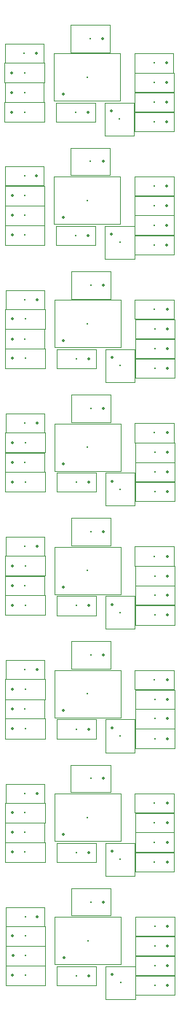
<source format=gbr>
%TF.GenerationSoftware,KiCad,Pcbnew,8.0.1*%
%TF.CreationDate,2024-08-26T16:59:54-04:00*%
%TF.ProjectId,16ch-driver-v1,31366368-2d64-4726-9976-65722d76312e,rev?*%
%TF.SameCoordinates,Original*%
%TF.FileFunction,Component,L4,Bot*%
%TF.FilePolarity,Positive*%
%FSLAX46Y46*%
G04 Gerber Fmt 4.6, Leading zero omitted, Abs format (unit mm)*
G04 Created by KiCad (PCBNEW 8.0.1) date 2024-08-26 16:59:54*
%MOMM*%
%LPD*%
G01*
G04 APERTURE LIST*
%TA.AperFunction,ComponentMain*%
%ADD10C,0.300000*%
%TD*%
%TA.AperFunction,ComponentOutline,Courtyard*%
%ADD11C,0.100000*%
%TD*%
%TA.AperFunction,ComponentPin*%
%ADD12P,0.360000X4X0.000000*%
%TD*%
%TA.AperFunction,ComponentPin*%
%ADD13C,0.100000*%
%TD*%
G04 APERTURE END LIST*
D10*
%TO.C,R78*%
%TO.CFtp,R_1206_3216Metric*%
%TO.CVal,4k7*%
%TO.CLbN,Resistor_SMD*%
%TO.CMnt,SMD*%
%TO.CRot,0*%
X134367502Y-105594999D03*
D11*
X136647500Y-104474999D02*
X136647499Y-106714998D01*
X132087503Y-106714998D01*
X132087504Y-104474999D01*
X136647500Y-104474999D01*
D12*
%TO.P,R78,1*%
X135830000Y-105595000D03*
D13*
%TO.P,R78,2*%
X132905004Y-105594998D03*
%TD*%
D10*
%TO.C,R55*%
%TO.CFtp,R_1206_3216Metric*%
%TO.CVal,4k7*%
%TO.CLbN,Resistor_SMD*%
%TO.CMnt,SMD*%
%TO.CRot,0*%
X134337502Y-69459999D03*
D11*
X136617500Y-68339999D02*
X136617499Y-70579998D01*
X132057503Y-70579998D01*
X132057504Y-68339999D01*
X136617500Y-68339999D01*
D12*
%TO.P,R55,1*%
X135800000Y-69460000D03*
D13*
%TO.P,R55,2*%
X132875004Y-69459998D03*
%TD*%
D10*
%TO.C,R67*%
%TO.CFtp,R_1206_3216Metric*%
%TO.CVal,4k7*%
%TO.CLbN,Resistor_SMD*%
%TO.CMnt,SMD*%
%TO.CRot,0*%
X134387502Y-98109999D03*
D11*
X136667500Y-96989999D02*
X136667499Y-99229998D01*
X132107503Y-99229998D01*
X132107504Y-96989999D01*
X136667500Y-96989999D01*
D12*
%TO.P,R67,1*%
X135850000Y-98110000D03*
D13*
%TO.P,R67,2*%
X132925004Y-98109998D03*
%TD*%
D10*
%TO.C,Q9*%
%TO.CFtp,SOT-23*%
%TO.CVal,2N7002E*%
%TO.CLbN,Package_TO_SOT_SMD*%
%TO.CMnt,SMD*%
%TO.CRot,90*%
X130292502Y-54862499D03*
D11*
X131992499Y-52942500D02*
X131992501Y-56782497D01*
X128592504Y-56782497D01*
X128592502Y-52942500D01*
X131992499Y-52942500D01*
D12*
%TO.P,Q9,1,G*%
X129342503Y-53925001D03*
D13*
%TO.P,Q9,2,S*%
X131242504Y-53925001D03*
%TO.P,Q9,3,D*%
X130292500Y-55799998D03*
%TD*%
D10*
%TO.C,R60*%
%TO.CFtp,R_1206_3216Metric*%
%TO.CVal,4k7*%
%TO.CLbN,Resistor_SMD*%
%TO.CMnt,SMD*%
%TO.CRot,0*%
X134317502Y-62619999D03*
D11*
X136597500Y-61499999D02*
X136597499Y-63739998D01*
X132037503Y-63739998D01*
X132037504Y-61499999D01*
X136597500Y-61499999D01*
D12*
%TO.P,R60,1*%
X135780000Y-62620000D03*
D13*
%TO.P,R60,2*%
X132855004Y-62619998D03*
%TD*%
D10*
%TO.C,C38*%
%TO.CFtp,C_1210_3225Metric*%
%TO.CVal,10uF*%
%TO.CLbN,Capacitor_SMD*%
%TO.CMnt,SMD*%
%TO.CRot,0*%
X126942502Y-102749999D03*
D11*
X129242499Y-101150001D02*
X129242499Y-104349996D01*
X124642504Y-104349996D01*
X124642504Y-101150001D01*
X129242499Y-101150001D01*
D12*
%TO.P,C38,1*%
X128417503Y-102749997D03*
D13*
%TO.P,C38,2*%
X125467501Y-102750001D03*
%TD*%
D10*
%TO.C,C32*%
%TO.CFtp,C_1210_3225Metric*%
%TO.CVal,10uF*%
%TO.CLbN,Capacitor_SMD*%
%TO.CMnt,SMD*%
%TO.CRot,0*%
X126942502Y-74099999D03*
D11*
X129242499Y-72500001D02*
X129242499Y-75699996D01*
X124642504Y-75699996D01*
X124642504Y-72500001D01*
X129242499Y-72500001D01*
D12*
%TO.P,C32,1*%
X128417503Y-74099997D03*
D13*
%TO.P,C32,2*%
X125467501Y-74100001D03*
%TD*%
D10*
%TO.C,C27*%
%TO.CFtp,C_1206_3216Metric*%
%TO.CVal,0.18uF*%
%TO.CLbN,Capacitor_SMD*%
%TO.CMnt,SMD*%
%TO.CRot,180*%
X119232502Y-54022499D03*
D11*
X121532500Y-52872498D02*
X121532501Y-55172500D01*
X116932503Y-55172499D01*
X116932502Y-52872497D01*
X121532500Y-52872498D01*
D12*
%TO.P,C27,1*%
X117757501Y-54022501D03*
D13*
%TO.P,C27,2*%
X120707503Y-54022497D03*
%TD*%
D10*
%TO.C,Q16*%
%TO.CFtp,SOT-23*%
%TO.CVal,2N7002E*%
%TO.CLbN,Package_TO_SOT_SMD*%
%TO.CMnt,SMD*%
%TO.CRot,90*%
X130398501Y-155094999D03*
D11*
X132098498Y-153175000D02*
X132098500Y-157014997D01*
X128698503Y-157014997D01*
X128698501Y-153175000D01*
X132098498Y-153175000D01*
D12*
%TO.P,Q16,1,G*%
X129448502Y-154157501D03*
D13*
%TO.P,Q16,2,S*%
X131348503Y-154157501D03*
%TO.P,Q16,3,D*%
X130398499Y-156032498D03*
%TD*%
D10*
%TO.C,R70*%
%TO.CFtp,R_1206_3216Metric*%
%TO.CVal,4k7*%
%TO.CLbN,Resistor_SMD*%
%TO.CMnt,SMD*%
%TO.CRot,0*%
X134386303Y-95808299D03*
D11*
X136666301Y-94688299D02*
X136666300Y-96928298D01*
X132106304Y-96928298D01*
X132106305Y-94688299D01*
X136666301Y-94688299D01*
D12*
%TO.P,R70,1*%
X135848801Y-95808300D03*
D13*
%TO.P,R70,2*%
X132923805Y-95808298D03*
%TD*%
D10*
%TO.C,C35*%
%TO.CFtp,C_1210_3225Metric*%
%TO.CVal,10uF*%
%TO.CLbN,Capacitor_SMD*%
%TO.CMnt,SMD*%
%TO.CRot,0*%
X126942502Y-88424999D03*
D11*
X129242499Y-86825001D02*
X129242499Y-90024996D01*
X124642504Y-90024996D01*
X124642504Y-86825001D01*
X129242499Y-86825001D01*
D12*
%TO.P,C35,1*%
X128417503Y-88424997D03*
D13*
%TO.P,C35,2*%
X125467501Y-88425001D03*
%TD*%
D10*
%TO.C,R57*%
%TO.CFtp,R_1206_3216Metric*%
%TO.CVal,49R9*%
%TO.CLbN,Resistor_SMD*%
%TO.CMnt,SMD*%
%TO.CRot,0*%
X134334003Y-64899999D03*
D11*
X136614001Y-63779999D02*
X136614000Y-66019998D01*
X132054004Y-66019998D01*
X132054005Y-63779999D01*
X136614001Y-63779999D01*
D12*
%TO.P,R57,1*%
X135796501Y-64900000D03*
D13*
%TO.P,R57,2*%
X132871505Y-64899998D03*
%TD*%
D10*
%TO.C,U12*%
%TO.CFtp,IC_TPS27S100BPWPR*%
%TO.CVal,DRV104PWP*%
%TO.CLbN,footprint*%
%TO.CMnt,SMD*%
%TO.CRot,180*%
X126586503Y-92929999D03*
D11*
X130436502Y-90180000D02*
X130436502Y-95679998D01*
X122736504Y-95679998D01*
X122736504Y-90180000D01*
X130436502Y-90180000D01*
D12*
%TO.P,U12,1,DUTY_CYCLE_ADJ*%
X123786503Y-94879999D03*
D13*
%TO.P,U12,2,DELAY_ADJ*%
X123786503Y-94229999D03*
%TO.P,U12,3,OSC_FREQ_ADJ*%
X123786503Y-93579999D03*
%TO.P,U12,4,MASTER*%
X123786503Y-92929999D03*
%TO.P,U12,5,BOOT*%
X123786503Y-92279999D03*
%TO.P,U12,6,OUT1*%
X123786503Y-91629999D03*
%TO.P,U12,7,OUT2*%
X123786503Y-90979999D03*
%TO.P,U12,8,VPS2*%
X129386503Y-90979999D03*
%TO.P,U12,9,VPS1*%
X129386503Y-91629999D03*
%TO.P,U12,10,+VS*%
X129386503Y-92279999D03*
%TO.P,U12,11,GND*%
X129386503Y-92929999D03*
%TO.P,U12,12,SYNC*%
X129386503Y-93579999D03*
%TO.P,U12,13,STATUS_OK_FLAG*%
X129386503Y-94229999D03*
%TO.P,U12,14,INPUT*%
X129386503Y-94879999D03*
%TO.P,U12,15,EPAD*%
X126586503Y-92929999D03*
%TD*%
D10*
%TO.C,R92*%
%TO.CFtp,R_1206_3216Metric*%
%TO.CVal,162k*%
%TO.CLbN,Resistor_SMD*%
%TO.CMnt,SMD*%
%TO.CRot,0*%
X125288501Y-154304999D03*
D11*
X127568499Y-153184999D02*
X127568498Y-155424998D01*
X123008502Y-155424998D01*
X123008503Y-153184999D01*
X127568499Y-153184999D01*
D12*
%TO.P,R92,1*%
X126750999Y-154305000D03*
D13*
%TO.P,R92,2*%
X123826003Y-154304998D03*
%TD*%
D10*
%TO.C,R76*%
%TO.CFtp,R_1206_3216Metric*%
%TO.CVal,4k7*%
%TO.CLbN,Resistor_SMD*%
%TO.CMnt,SMD*%
%TO.CRot,0*%
X134386303Y-110133299D03*
D11*
X136666301Y-109013299D02*
X136666300Y-111253298D01*
X132106304Y-111253298D01*
X132106305Y-109013299D01*
X136666301Y-109013299D01*
D12*
%TO.P,R76,1*%
X135848801Y-110133300D03*
D13*
%TO.P,R76,2*%
X132923805Y-110133298D03*
%TD*%
D10*
%TO.C,R90*%
%TO.CFtp,R_1206_3216Metric*%
%TO.CVal,4k7*%
%TO.CLbN,Resistor_SMD*%
%TO.CMnt,SMD*%
%TO.CRot,0*%
X134355999Y-134250000D03*
D11*
X136635997Y-133130000D02*
X136635996Y-135369999D01*
X132076000Y-135369999D01*
X132076001Y-133130000D01*
X136635997Y-133130000D01*
D12*
%TO.P,R90,1*%
X135818497Y-134250001D03*
D13*
%TO.P,R90,2*%
X132893501Y-134249999D03*
%TD*%
D10*
%TO.C,C49*%
%TO.CFtp,C_1206_3216Metric*%
%TO.CVal,470pF*%
%TO.CLbN,Capacitor_SMD*%
%TO.CMnt,SMD*%
%TO.CRot,180*%
X119338501Y-149684999D03*
D11*
X121638499Y-148534997D02*
X121638500Y-150835000D01*
X117038502Y-150835000D01*
X117038501Y-148534997D01*
X121638499Y-148534997D01*
D12*
%TO.P,C49,1*%
X117863500Y-149685001D03*
D13*
%TO.P,C49,2*%
X120813502Y-149684997D03*
%TD*%
D10*
%TO.C,C39*%
%TO.CFtp,C_1206_3216Metric*%
%TO.CVal,0.18uF*%
%TO.CLbN,Capacitor_SMD*%
%TO.CMnt,SMD*%
%TO.CRot,180*%
X119307502Y-111284999D03*
D11*
X121607500Y-110134997D02*
X121607501Y-112435000D01*
X117007503Y-112435000D01*
X117007502Y-110134997D01*
X121607500Y-110134997D01*
D12*
%TO.P,C39,1*%
X117832501Y-111285001D03*
D13*
%TO.P,C39,2*%
X120782503Y-111284997D03*
%TD*%
D10*
%TO.C,R74*%
%TO.CFtp,R_1206_3216Metric*%
%TO.CVal,162k*%
%TO.CLbN,Resistor_SMD*%
%TO.CMnt,SMD*%
%TO.CRot,0*%
X125257502Y-111334999D03*
D11*
X127537500Y-110214999D02*
X127537499Y-112454998D01*
X122977503Y-112454998D01*
X122977504Y-110214999D01*
X127537500Y-110214999D01*
D12*
%TO.P,R74,1*%
X126720000Y-111335000D03*
D13*
%TO.P,R74,2*%
X123795004Y-111334998D03*
%TD*%
D10*
%TO.C,R63*%
%TO.CFtp,R_1206_3216Metric*%
%TO.CVal,49R9*%
%TO.CLbN,Resistor_SMD*%
%TO.CMnt,SMD*%
%TO.CRot,0*%
X134384003Y-79224999D03*
D11*
X136664001Y-78104999D02*
X136664000Y-80344998D01*
X132104004Y-80344998D01*
X132104005Y-78104999D01*
X136664001Y-78104999D01*
D12*
%TO.P,R63,1*%
X135846501Y-79225000D03*
D13*
%TO.P,R63,2*%
X132921505Y-79224998D03*
%TD*%
D10*
%TO.C,Q15*%
%TO.CFtp,SOT-23*%
%TO.CVal,2N7002E*%
%TO.CLbN,Package_TO_SOT_SMD*%
%TO.CMnt,SMD*%
%TO.CRot,90*%
X130355999Y-140780000D03*
D11*
X132055996Y-138860001D02*
X132055998Y-142699998D01*
X128656001Y-142699998D01*
X128655999Y-138860001D01*
X132055996Y-138860001D01*
D12*
%TO.P,Q15,1,G*%
X129406000Y-139842502D03*
D13*
%TO.P,Q15,2,S*%
X131306001Y-139842502D03*
%TO.P,Q15,3,D*%
X130355997Y-141717499D03*
%TD*%
D10*
%TO.C,R62*%
%TO.CFtp,R_1206_3216Metric*%
%TO.CVal,162k*%
%TO.CLbN,Resistor_SMD*%
%TO.CMnt,SMD*%
%TO.CRot,0*%
X125257502Y-82684999D03*
D11*
X127537500Y-81564999D02*
X127537499Y-83804998D01*
X122977503Y-83804998D01*
X122977504Y-81564999D01*
X127537500Y-81564999D01*
D12*
%TO.P,R62,1*%
X126720000Y-82685000D03*
D13*
%TO.P,R62,2*%
X123795004Y-82684998D03*
%TD*%
D10*
%TO.C,D28*%
%TO.CFtp,Nexperia_CFP3_SOD-123W*%
%TO.CVal,PMEG10010ELRX*%
%TO.CLbN,Diode_SMD*%
%TO.CMnt,SMD*%
%TO.CRot,0*%
X119245002Y-61469999D03*
D11*
X121495001Y-60370000D02*
X121495001Y-62569998D01*
X116995003Y-62569998D01*
X116995003Y-60370000D01*
X121495001Y-60370000D01*
D12*
%TO.P,D28,1,K*%
X120645002Y-61469999D03*
D13*
%TO.P,D28,2,A*%
X117845002Y-61469999D03*
%TD*%
D10*
%TO.C,U13*%
%TO.CFtp,IC_TPS27S100BPWPR*%
%TO.CVal,DRV104PWP*%
%TO.CLbN,footprint*%
%TO.CMnt,SMD*%
%TO.CRot,180*%
X126586503Y-107254999D03*
D11*
X130436502Y-104505000D02*
X130436502Y-110004998D01*
X122736504Y-110004998D01*
X122736504Y-104505000D01*
X130436502Y-104505000D01*
D12*
%TO.P,U13,1,DUTY_CYCLE_ADJ*%
X123786503Y-109204999D03*
D13*
%TO.P,U13,2,DELAY_ADJ*%
X123786503Y-108554999D03*
%TO.P,U13,3,OSC_FREQ_ADJ*%
X123786503Y-107904999D03*
%TO.P,U13,4,MASTER*%
X123786503Y-107254999D03*
%TO.P,U13,5,BOOT*%
X123786503Y-106604999D03*
%TO.P,U13,6,OUT1*%
X123786503Y-105954999D03*
%TO.P,U13,7,OUT2*%
X123786503Y-105304999D03*
%TO.P,U13,8,VPS2*%
X129386503Y-105304999D03*
%TO.P,U13,9,VPS1*%
X129386503Y-105954999D03*
%TO.P,U13,10,+VS*%
X129386503Y-106604999D03*
%TO.P,U13,11,GND*%
X129386503Y-107254999D03*
%TO.P,U13,12,SYNC*%
X129386503Y-107904999D03*
%TO.P,U13,13,STATUS_OK_FLAG*%
X129386503Y-108554999D03*
%TO.P,U13,14,INPUT*%
X129386503Y-109204999D03*
%TO.P,U13,15,EPAD*%
X126586503Y-107254999D03*
%TD*%
D10*
%TO.C,C30*%
%TO.CFtp,C_1206_3216Metric*%
%TO.CVal,0.18uF*%
%TO.CLbN,Capacitor_SMD*%
%TO.CMnt,SMD*%
%TO.CRot,180*%
X119257502Y-68309999D03*
D11*
X121557500Y-67159997D02*
X121557501Y-69460000D01*
X116957503Y-69460000D01*
X116957502Y-67159997D01*
X121557500Y-67159997D01*
D12*
%TO.P,C30,1*%
X117782501Y-68310001D03*
D13*
%TO.P,C30,2*%
X120732503Y-68309997D03*
%TD*%
D10*
%TO.C,D25*%
%TO.CFtp,Nexperia_CFP3_SOD-123W*%
%TO.CVal,PMEG10010ELRX*%
%TO.CLbN,Diode_SMD*%
%TO.CMnt,SMD*%
%TO.CRot,0*%
X119220002Y-47182499D03*
D11*
X121470001Y-46082500D02*
X121470001Y-48282498D01*
X116970003Y-48282498D01*
X116970003Y-46082500D01*
X121470001Y-46082500D01*
D12*
%TO.P,D25,1,K*%
X120620002Y-47182499D03*
D13*
%TO.P,D25,2,A*%
X117820002Y-47182499D03*
%TD*%
D10*
%TO.C,R69*%
%TO.CFtp,R_1206_3216Metric*%
%TO.CVal,49R9*%
%TO.CLbN,Resistor_SMD*%
%TO.CMnt,SMD*%
%TO.CRot,0*%
X134384003Y-93549999D03*
D11*
X136664001Y-92429999D02*
X136664000Y-94669998D01*
X132104004Y-94669998D01*
X132104005Y-92429999D01*
X136664001Y-92429999D01*
D12*
%TO.P,R69,1*%
X135846501Y-93550000D03*
D13*
%TO.P,R69,2*%
X132921505Y-93549998D03*
%TD*%
D10*
%TO.C,R61*%
%TO.CFtp,R_1206_3216Metric*%
%TO.CVal,4k7*%
%TO.CLbN,Resistor_SMD*%
%TO.CMnt,SMD*%
%TO.CRot,0*%
X134387502Y-83784999D03*
D11*
X136667500Y-82664999D02*
X136667499Y-84904998D01*
X132107503Y-84904998D01*
X132107504Y-82664999D01*
X136667500Y-82664999D01*
D12*
%TO.P,R61,1*%
X135850000Y-83785000D03*
D13*
%TO.P,R61,2*%
X132925004Y-83784998D03*
%TD*%
D10*
%TO.C,R68*%
%TO.CFtp,R_1206_3216Metric*%
%TO.CVal,162k*%
%TO.CLbN,Resistor_SMD*%
%TO.CMnt,SMD*%
%TO.CRot,0*%
X125257502Y-97009999D03*
D11*
X127537500Y-95889999D02*
X127537499Y-98129998D01*
X122977503Y-98129998D01*
X122977504Y-95889999D01*
X127537500Y-95889999D01*
D12*
%TO.P,R68,1*%
X126720000Y-97010000D03*
D13*
%TO.P,R68,2*%
X123795004Y-97009998D03*
%TD*%
D10*
%TO.C,C29*%
%TO.CFtp,C_1210_3225Metric*%
%TO.CVal,10uF*%
%TO.CLbN,Capacitor_SMD*%
%TO.CMnt,SMD*%
%TO.CRot,0*%
X126892502Y-59774999D03*
D11*
X129192499Y-58175001D02*
X129192499Y-61374996D01*
X124592504Y-61374996D01*
X124592504Y-58175001D01*
X129192499Y-58175001D01*
D12*
%TO.P,C29,1*%
X128367503Y-59774997D03*
D13*
%TO.P,C29,2*%
X125417501Y-59775001D03*
%TD*%
D10*
%TO.C,R94*%
%TO.CFtp,R_1206_3216Metric*%
%TO.CVal,4k7*%
%TO.CLbN,Resistor_SMD*%
%TO.CMnt,SMD*%
%TO.CRot,0*%
X134417302Y-153103299D03*
D11*
X136697300Y-151983299D02*
X136697299Y-154223298D01*
X132137303Y-154223298D01*
X132137304Y-151983299D01*
X136697300Y-151983299D01*
D12*
%TO.P,R94,1*%
X135879800Y-153103300D03*
D13*
%TO.P,R94,2*%
X132954804Y-153103298D03*
%TD*%
D10*
%TO.C,R85*%
%TO.CFtp,R_1206_3216Metric*%
%TO.CVal,4k7*%
%TO.CLbN,Resistor_SMD*%
%TO.CMnt,SMD*%
%TO.CRot,0*%
X134375999Y-141090000D03*
D11*
X136655997Y-139970000D02*
X136655996Y-142209999D01*
X132096000Y-142209999D01*
X132096001Y-139970000D01*
X136655997Y-139970000D01*
D12*
%TO.P,R85,1*%
X135838497Y-141090001D03*
D13*
%TO.P,R85,2*%
X132913501Y-141089999D03*
%TD*%
D10*
%TO.C,R64*%
%TO.CFtp,R_1206_3216Metric*%
%TO.CVal,4k7*%
%TO.CLbN,Resistor_SMD*%
%TO.CMnt,SMD*%
%TO.CRot,0*%
X134386303Y-81483299D03*
D11*
X136666301Y-80363299D02*
X136666300Y-82603298D01*
X132106304Y-82603298D01*
X132106305Y-80363299D01*
X136666301Y-80363299D01*
D12*
%TO.P,R64,1*%
X135848801Y-81483300D03*
D13*
%TO.P,R64,2*%
X132923805Y-81483298D03*
%TD*%
D10*
%TO.C,R59*%
%TO.CFtp,R_1206_3216Metric*%
%TO.CVal,191k*%
%TO.CLbN,Resistor_SMD*%
%TO.CMnt,SMD*%
%TO.CRot,180*%
X119249003Y-66029999D03*
D11*
X121529001Y-64909999D02*
X121529000Y-67149998D01*
X116969004Y-67149998D01*
X116969005Y-64909999D01*
X121529001Y-64909999D01*
D12*
%TO.P,R59,1*%
X117786505Y-66029998D03*
D13*
%TO.P,R59,2*%
X120711501Y-66030000D03*
%TD*%
D10*
%TO.C,R84*%
%TO.CFtp,R_1206_3216Metric*%
%TO.CVal,4k7*%
%TO.CLbN,Resistor_SMD*%
%TO.CMnt,SMD*%
%TO.CRot,0*%
X134367502Y-119919999D03*
D11*
X136647500Y-118799999D02*
X136647499Y-121039998D01*
X132087503Y-121039998D01*
X132087504Y-118799999D01*
X136647500Y-118799999D01*
D12*
%TO.P,R84,1*%
X135830000Y-119920000D03*
D13*
%TO.P,R84,2*%
X132905004Y-119919998D03*
%TD*%
D10*
%TO.C,R54*%
%TO.CFtp,R_1206_3216Metric*%
%TO.CVal,4k7*%
%TO.CLbN,Resistor_SMD*%
%TO.CMnt,SMD*%
%TO.CRot,0*%
X134292502Y-48332499D03*
D11*
X136572500Y-47212499D02*
X136572499Y-49452498D01*
X132012503Y-49452498D01*
X132012504Y-47212499D01*
X136572500Y-47212499D01*
D12*
%TO.P,R54,1*%
X135755000Y-48332500D03*
D13*
%TO.P,R54,2*%
X132830004Y-48332498D03*
%TD*%
D10*
%TO.C,C40*%
%TO.CFtp,C_1206_3216Metric*%
%TO.CVal,470pF*%
%TO.CLbN,Capacitor_SMD*%
%TO.CMnt,SMD*%
%TO.CRot,180*%
X119307502Y-106714999D03*
D11*
X121607500Y-105564997D02*
X121607501Y-107865000D01*
X117007503Y-107865000D01*
X117007502Y-105564997D01*
X121607500Y-105564997D01*
D12*
%TO.P,C40,1*%
X117832501Y-106715001D03*
D13*
%TO.P,C40,2*%
X120782503Y-106714997D03*
%TD*%
D10*
%TO.C,D37*%
%TO.CFtp,Nexperia_CFP3_SOD-123W*%
%TO.CVal,PMEG10010ELRX*%
%TO.CLbN,Diode_SMD*%
%TO.CMnt,SMD*%
%TO.CRot,0*%
X119295002Y-104444999D03*
D11*
X121545001Y-103345000D02*
X121545001Y-105544998D01*
X117045003Y-105544998D01*
X117045003Y-103345000D01*
X121545001Y-103345000D01*
D12*
%TO.P,D37,1,K*%
X120695002Y-104444999D03*
D13*
%TO.P,D37,2,A*%
X117895002Y-104444999D03*
%TD*%
D10*
%TO.C,R49*%
%TO.CFtp,R_1206_3216Metric*%
%TO.CVal,4k7*%
%TO.CLbN,Resistor_SMD*%
%TO.CMnt,SMD*%
%TO.CRot,0*%
X134312502Y-55172499D03*
D11*
X136592500Y-54052499D02*
X136592499Y-56292498D01*
X132032503Y-56292498D01*
X132032504Y-54052499D01*
X136592500Y-54052499D01*
D12*
%TO.P,R49,1*%
X135775000Y-55172500D03*
D13*
%TO.P,R49,2*%
X132850004Y-55172498D03*
%TD*%
D10*
%TO.C,U9*%
%TO.CFtp,IC_TPS27S100BPWPR*%
%TO.CVal,DRV104PWP*%
%TO.CLbN,footprint*%
%TO.CMnt,SMD*%
%TO.CRot,180*%
X126511503Y-49992499D03*
D11*
X130361502Y-47242500D02*
X130361502Y-52742498D01*
X122661504Y-52742498D01*
X122661504Y-47242500D01*
X130361502Y-47242500D01*
D12*
%TO.P,U9,1,DUTY_CYCLE_ADJ*%
X123711503Y-51942499D03*
D13*
%TO.P,U9,2,DELAY_ADJ*%
X123711503Y-51292499D03*
%TO.P,U9,3,OSC_FREQ_ADJ*%
X123711503Y-50642499D03*
%TO.P,U9,4,MASTER*%
X123711503Y-49992499D03*
%TO.P,U9,5,BOOT*%
X123711503Y-49342499D03*
%TO.P,U9,6,OUT1*%
X123711503Y-48692499D03*
%TO.P,U9,7,OUT2*%
X123711503Y-48042499D03*
%TO.P,U9,8,VPS2*%
X129311503Y-48042499D03*
%TO.P,U9,9,VPS1*%
X129311503Y-48692499D03*
%TO.P,U9,10,+VS*%
X129311503Y-49342499D03*
%TO.P,U9,11,GND*%
X129311503Y-49992499D03*
%TO.P,U9,12,SYNC*%
X129311503Y-50642499D03*
%TO.P,U9,13,STATUS_OK_FLAG*%
X129311503Y-51292499D03*
%TO.P,U9,14,INPUT*%
X129311503Y-51942499D03*
%TO.P,U9,15,EPAD*%
X126511503Y-49992499D03*
%TD*%
D10*
%TO.C,R50*%
%TO.CFtp,R_1206_3216Metric*%
%TO.CVal,162k*%
%TO.CLbN,Resistor_SMD*%
%TO.CMnt,SMD*%
%TO.CRot,0*%
X125182502Y-54072499D03*
D11*
X127462500Y-52952499D02*
X127462499Y-55192498D01*
X122902503Y-55192498D01*
X122902504Y-52952499D01*
X127462500Y-52952499D01*
D12*
%TO.P,R50,1*%
X126645000Y-54072500D03*
D13*
%TO.P,R50,2*%
X123720004Y-54072498D03*
%TD*%
D10*
%TO.C,R73*%
%TO.CFtp,R_1206_3216Metric*%
%TO.CVal,4k7*%
%TO.CLbN,Resistor_SMD*%
%TO.CMnt,SMD*%
%TO.CRot,0*%
X134387502Y-112434999D03*
D11*
X136667500Y-111314999D02*
X136667499Y-113554998D01*
X132107503Y-113554998D01*
X132107504Y-111314999D01*
X136667500Y-111314999D01*
D12*
%TO.P,R73,1*%
X135850000Y-112435000D03*
D13*
%TO.P,R73,2*%
X132925004Y-112434998D03*
%TD*%
D10*
%TO.C,Q10*%
%TO.CFtp,SOT-23*%
%TO.CVal,2N7002E*%
%TO.CLbN,Package_TO_SOT_SMD*%
%TO.CMnt,SMD*%
%TO.CRot,90*%
X130317502Y-69149999D03*
D11*
X132017499Y-67230000D02*
X132017501Y-71069997D01*
X128617504Y-71069997D01*
X128617502Y-67230000D01*
X132017499Y-67230000D01*
D12*
%TO.P,Q10,1,G*%
X129367503Y-68212501D03*
D13*
%TO.P,Q10,2,S*%
X131267504Y-68212501D03*
%TO.P,Q10,3,D*%
X130317500Y-70087498D03*
%TD*%
D10*
%TO.C,C26*%
%TO.CFtp,C_1210_3225Metric*%
%TO.CVal,10uF*%
%TO.CLbN,Capacitor_SMD*%
%TO.CMnt,SMD*%
%TO.CRot,0*%
X126867502Y-45487499D03*
D11*
X129167499Y-43887501D02*
X129167499Y-47087496D01*
X124567504Y-47087496D01*
X124567504Y-43887501D01*
X129167499Y-43887501D01*
D12*
%TO.P,C26,1*%
X128342503Y-45487497D03*
D13*
%TO.P,C26,2*%
X125392501Y-45487501D03*
%TD*%
D10*
%TO.C,D34*%
%TO.CFtp,Nexperia_CFP3_SOD-123W*%
%TO.CVal,PMEG10010ELRX*%
%TO.CLbN,Diode_SMD*%
%TO.CMnt,SMD*%
%TO.CRot,0*%
X119295002Y-90119999D03*
D11*
X121545001Y-89020000D02*
X121545001Y-91219998D01*
X117045003Y-91219998D01*
X117045003Y-89020000D01*
X121545001Y-89020000D01*
D12*
%TO.P,D34,1,K*%
X120695002Y-90119999D03*
D13*
%TO.P,D34,2,A*%
X117895002Y-90119999D03*
%TD*%
D10*
%TO.C,R72*%
%TO.CFtp,R_1206_3216Metric*%
%TO.CVal,4k7*%
%TO.CLbN,Resistor_SMD*%
%TO.CMnt,SMD*%
%TO.CRot,0*%
X134367502Y-91269999D03*
D11*
X136647500Y-90149999D02*
X136647499Y-92389998D01*
X132087503Y-92389998D01*
X132087504Y-90149999D01*
X136647500Y-90149999D01*
D12*
%TO.P,R72,1*%
X135830000Y-91270000D03*
D13*
%TO.P,R72,2*%
X132905004Y-91269998D03*
%TD*%
D10*
%TO.C,C45*%
%TO.CFtp,C_1206_3216Metric*%
%TO.CVal,0.18uF*%
%TO.CLbN,Capacitor_SMD*%
%TO.CMnt,SMD*%
%TO.CRot,180*%
X119295999Y-139940000D03*
D11*
X121595997Y-138789998D02*
X121595998Y-141090001D01*
X116996000Y-141090001D01*
X116995999Y-138789998D01*
X121595997Y-138789998D01*
D12*
%TO.P,C45,1*%
X117820998Y-139940002D03*
D13*
%TO.P,C45,2*%
X120771000Y-139939998D03*
%TD*%
D10*
%TO.C,C37*%
%TO.CFtp,C_1206_3216Metric*%
%TO.CVal,470pF*%
%TO.CLbN,Capacitor_SMD*%
%TO.CMnt,SMD*%
%TO.CRot,180*%
X119307502Y-92389999D03*
D11*
X121607500Y-91239997D02*
X121607501Y-93540000D01*
X117007503Y-93540000D01*
X117007502Y-91239997D01*
X121607500Y-91239997D01*
D12*
%TO.P,C37,1*%
X117832501Y-92390001D03*
D13*
%TO.P,C37,2*%
X120782503Y-92389997D03*
%TD*%
D10*
%TO.C,R66*%
%TO.CFtp,R_1206_3216Metric*%
%TO.CVal,4k7*%
%TO.CLbN,Resistor_SMD*%
%TO.CMnt,SMD*%
%TO.CRot,0*%
X134367502Y-76944999D03*
D11*
X136647500Y-75824999D02*
X136647499Y-78064998D01*
X132087503Y-78064998D01*
X132087504Y-75824999D01*
X136647500Y-75824999D01*
D12*
%TO.P,R66,1*%
X135830000Y-76945000D03*
D13*
%TO.P,R66,2*%
X132905004Y-76944998D03*
%TD*%
D10*
%TO.C,C31*%
%TO.CFtp,C_1206_3216Metric*%
%TO.CVal,470pF*%
%TO.CLbN,Capacitor_SMD*%
%TO.CMnt,SMD*%
%TO.CRot,180*%
X119257502Y-63739999D03*
D11*
X121557500Y-62589997D02*
X121557501Y-64890000D01*
X116957503Y-64890000D01*
X116957502Y-62589997D01*
X121557500Y-62589997D01*
D12*
%TO.P,C31,1*%
X117782501Y-63740001D03*
D13*
%TO.P,C31,2*%
X120732503Y-63739997D03*
%TD*%
D10*
%TO.C,R96*%
%TO.CFtp,R_1206_3216Metric*%
%TO.CVal,4k7*%
%TO.CLbN,Resistor_SMD*%
%TO.CMnt,SMD*%
%TO.CRot,0*%
X134398501Y-148564999D03*
D11*
X136678499Y-147444999D02*
X136678498Y-149684998D01*
X132118502Y-149684998D01*
X132118503Y-147444999D01*
X136678499Y-147444999D01*
D12*
%TO.P,R96,1*%
X135860999Y-148565000D03*
D13*
%TO.P,R96,2*%
X132936003Y-148564998D03*
%TD*%
D10*
%TO.C,C43*%
%TO.CFtp,C_1206_3216Metric*%
%TO.CVal,470pF*%
%TO.CLbN,Capacitor_SMD*%
%TO.CMnt,SMD*%
%TO.CRot,180*%
X119307502Y-121039999D03*
D11*
X121607500Y-119889997D02*
X121607501Y-122190000D01*
X117007503Y-122190000D01*
X117007502Y-119889997D01*
X121607500Y-119889997D01*
D12*
%TO.P,C43,1*%
X117832501Y-121040001D03*
D13*
%TO.P,C43,2*%
X120782503Y-121039997D03*
%TD*%
D10*
%TO.C,C46*%
%TO.CFtp,C_1206_3216Metric*%
%TO.CVal,470pF*%
%TO.CLbN,Capacitor_SMD*%
%TO.CMnt,SMD*%
%TO.CRot,180*%
X119295999Y-135370000D03*
D11*
X121595997Y-134219998D02*
X121595998Y-136520001D01*
X116996000Y-136520001D01*
X116995999Y-134219998D01*
X121595997Y-134219998D01*
D12*
%TO.P,C46,1*%
X117820998Y-135370002D03*
D13*
%TO.P,C46,2*%
X120771000Y-135369998D03*
%TD*%
D10*
%TO.C,R71*%
%TO.CFtp,R_1206_3216Metric*%
%TO.CVal,191k*%
%TO.CLbN,Resistor_SMD*%
%TO.CMnt,SMD*%
%TO.CRot,180*%
X119299003Y-94679999D03*
D11*
X121579001Y-93559999D02*
X121579000Y-95799998D01*
X117019004Y-95799998D01*
X117019005Y-93559999D01*
X121579001Y-93559999D01*
D12*
%TO.P,R71,1*%
X117836505Y-94679998D03*
D13*
%TO.P,R71,2*%
X120761501Y-94680000D03*
%TD*%
D10*
%TO.C,R75*%
%TO.CFtp,R_1206_3216Metric*%
%TO.CVal,49R9*%
%TO.CLbN,Resistor_SMD*%
%TO.CMnt,SMD*%
%TO.CRot,0*%
X134384003Y-107874999D03*
D11*
X136664001Y-106754999D02*
X136664000Y-108994998D01*
X132104004Y-108994998D01*
X132104005Y-106754999D01*
X136664001Y-106754999D01*
D12*
%TO.P,R75,1*%
X135846501Y-107875000D03*
D13*
%TO.P,R75,2*%
X132921505Y-107874998D03*
%TD*%
D10*
%TO.C,D40*%
%TO.CFtp,Nexperia_CFP3_SOD-123W*%
%TO.CVal,PMEG10010ELRX*%
%TO.CLbN,Diode_SMD*%
%TO.CMnt,SMD*%
%TO.CRot,0*%
X119295002Y-118769999D03*
D11*
X121545001Y-117670000D02*
X121545001Y-119869998D01*
X117045003Y-119869998D01*
X117045003Y-117670000D01*
X121545001Y-117670000D01*
D12*
%TO.P,D40,1,K*%
X120695002Y-118769999D03*
D13*
%TO.P,D40,2,A*%
X117895002Y-118769999D03*
%TD*%
D10*
%TO.C,U16*%
%TO.CFtp,IC_TPS27S100BPWPR*%
%TO.CVal,DRV104PWP*%
%TO.CLbN,footprint*%
%TO.CMnt,SMD*%
%TO.CRot,180*%
X126617502Y-150224999D03*
D11*
X130467501Y-147475000D02*
X130467501Y-152974998D01*
X122767503Y-152974998D01*
X122767503Y-147475000D01*
X130467501Y-147475000D01*
D12*
%TO.P,U16,1,DUTY_CYCLE_ADJ*%
X123817502Y-152174999D03*
D13*
%TO.P,U16,2,DELAY_ADJ*%
X123817502Y-151524999D03*
%TO.P,U16,3,OSC_FREQ_ADJ*%
X123817502Y-150874999D03*
%TO.P,U16,4,MASTER*%
X123817502Y-150224999D03*
%TO.P,U16,5,BOOT*%
X123817502Y-149574999D03*
%TO.P,U16,6,OUT1*%
X123817502Y-148924999D03*
%TO.P,U16,7,OUT2*%
X123817502Y-148274999D03*
%TO.P,U16,8,VPS2*%
X129417502Y-148274999D03*
%TO.P,U16,9,VPS1*%
X129417502Y-148924999D03*
%TO.P,U16,10,+VS*%
X129417502Y-149574999D03*
%TO.P,U16,11,GND*%
X129417502Y-150224999D03*
%TO.P,U16,12,SYNC*%
X129417502Y-150874999D03*
%TO.P,U16,13,STATUS_OK_FLAG*%
X129417502Y-151524999D03*
%TO.P,U16,14,INPUT*%
X129417502Y-152174999D03*
%TO.P,U16,15,EPAD*%
X126617502Y-150224999D03*
%TD*%
D10*
%TO.C,C41*%
%TO.CFtp,C_1210_3225Metric*%
%TO.CVal,10uF*%
%TO.CLbN,Capacitor_SMD*%
%TO.CMnt,SMD*%
%TO.CRot,0*%
X126942502Y-117074999D03*
D11*
X129242499Y-115475001D02*
X129242499Y-118674996D01*
X124642504Y-118674996D01*
X124642504Y-115475001D01*
X129242499Y-115475001D01*
D12*
%TO.P,C41,1*%
X128417503Y-117074997D03*
D13*
%TO.P,C41,2*%
X125467501Y-117075001D03*
%TD*%
D10*
%TO.C,R93*%
%TO.CFtp,R_1206_3216Metric*%
%TO.CVal,49R9*%
%TO.CLbN,Resistor_SMD*%
%TO.CMnt,SMD*%
%TO.CRot,0*%
X134415002Y-150844999D03*
D11*
X136695000Y-149724999D02*
X136694999Y-151964998D01*
X132135003Y-151964998D01*
X132135004Y-149724999D01*
X136695000Y-149724999D01*
D12*
%TO.P,R93,1*%
X135877500Y-150845000D03*
D13*
%TO.P,R93,2*%
X132952504Y-150844998D03*
%TD*%
D10*
%TO.C,U10*%
%TO.CFtp,IC_TPS27S100BPWPR*%
%TO.CVal,DRV104PWP*%
%TO.CLbN,footprint*%
%TO.CMnt,SMD*%
%TO.CRot,180*%
X126536503Y-64279999D03*
D11*
X130386502Y-61530000D02*
X130386502Y-67029998D01*
X122686504Y-67029998D01*
X122686504Y-61530000D01*
X130386502Y-61530000D01*
D12*
%TO.P,U10,1,DUTY_CYCLE_ADJ*%
X123736503Y-66229999D03*
D13*
%TO.P,U10,2,DELAY_ADJ*%
X123736503Y-65579999D03*
%TO.P,U10,3,OSC_FREQ_ADJ*%
X123736503Y-64929999D03*
%TO.P,U10,4,MASTER*%
X123736503Y-64279999D03*
%TO.P,U10,5,BOOT*%
X123736503Y-63629999D03*
%TO.P,U10,6,OUT1*%
X123736503Y-62979999D03*
%TO.P,U10,7,OUT2*%
X123736503Y-62329999D03*
%TO.P,U10,8,VPS2*%
X129336503Y-62329999D03*
%TO.P,U10,9,VPS1*%
X129336503Y-62979999D03*
%TO.P,U10,10,+VS*%
X129336503Y-63629999D03*
%TO.P,U10,11,GND*%
X129336503Y-64279999D03*
%TO.P,U10,12,SYNC*%
X129336503Y-64929999D03*
%TO.P,U10,13,STATUS_OK_FLAG*%
X129336503Y-65579999D03*
%TO.P,U10,14,INPUT*%
X129336503Y-66229999D03*
%TO.P,U10,15,EPAD*%
X126536503Y-64279999D03*
%TD*%
D10*
%TO.C,R51*%
%TO.CFtp,R_1206_3216Metric*%
%TO.CVal,49R9*%
%TO.CLbN,Resistor_SMD*%
%TO.CMnt,SMD*%
%TO.CRot,0*%
X134309003Y-50612499D03*
D11*
X136589001Y-49492499D02*
X136589000Y-51732498D01*
X132029004Y-51732498D01*
X132029005Y-49492499D01*
X136589001Y-49492499D01*
D12*
%TO.P,R51,1*%
X135771501Y-50612500D03*
D13*
%TO.P,R51,2*%
X132846505Y-50612498D03*
%TD*%
D10*
%TO.C,R77*%
%TO.CFtp,R_1206_3216Metric*%
%TO.CVal,191k*%
%TO.CLbN,Resistor_SMD*%
%TO.CMnt,SMD*%
%TO.CRot,180*%
X119299003Y-109004999D03*
D11*
X121579001Y-107884999D02*
X121579000Y-110124998D01*
X117019004Y-110124998D01*
X117019005Y-107884999D01*
X121579001Y-107884999D01*
D12*
%TO.P,R77,1*%
X117836505Y-109004998D03*
D13*
%TO.P,R77,2*%
X120761501Y-109005000D03*
%TD*%
D10*
%TO.C,D43*%
%TO.CFtp,Nexperia_CFP3_SOD-123W*%
%TO.CVal,PMEG10010ELRX*%
%TO.CLbN,Diode_SMD*%
%TO.CMnt,SMD*%
%TO.CRot,0*%
X119283499Y-133100000D03*
D11*
X121533498Y-132000001D02*
X121533498Y-134199999D01*
X117033500Y-134199999D01*
X117033500Y-132000001D01*
X121533498Y-132000001D01*
D12*
%TO.P,D43,1,K*%
X120683499Y-133100000D03*
D13*
%TO.P,D43,2,A*%
X117883499Y-133100000D03*
%TD*%
D10*
%TO.C,C42*%
%TO.CFtp,C_1206_3216Metric*%
%TO.CVal,0.18uF*%
%TO.CLbN,Capacitor_SMD*%
%TO.CMnt,SMD*%
%TO.CRot,180*%
X119307502Y-125609999D03*
D11*
X121607500Y-124459997D02*
X121607501Y-126760000D01*
X117007503Y-126760000D01*
X117007502Y-124459997D01*
X121607500Y-124459997D01*
D12*
%TO.P,C42,1*%
X117832501Y-125610001D03*
D13*
%TO.P,C42,2*%
X120782503Y-125609997D03*
%TD*%
D10*
%TO.C,C36*%
%TO.CFtp,C_1206_3216Metric*%
%TO.CVal,0.18uF*%
%TO.CLbN,Capacitor_SMD*%
%TO.CMnt,SMD*%
%TO.CRot,180*%
X119307502Y-96959999D03*
D11*
X121607500Y-95809997D02*
X121607501Y-98110000D01*
X117007503Y-98110000D01*
X117007502Y-95809997D01*
X121607500Y-95809997D01*
D12*
%TO.P,C36,1*%
X117832501Y-96960001D03*
D13*
%TO.P,C36,2*%
X120782503Y-96959997D03*
%TD*%
D10*
%TO.C,C47*%
%TO.CFtp,C_1210_3225Metric*%
%TO.CVal,10uF*%
%TO.CLbN,Capacitor_SMD*%
%TO.CMnt,SMD*%
%TO.CRot,0*%
X126973501Y-145719999D03*
D11*
X129273498Y-144120001D02*
X129273498Y-147319996D01*
X124673503Y-147319996D01*
X124673503Y-144120001D01*
X129273498Y-144120001D01*
D12*
%TO.P,C47,1*%
X128448502Y-145719997D03*
D13*
%TO.P,C47,2*%
X125498500Y-145720001D03*
%TD*%
D10*
%TO.C,C34*%
%TO.CFtp,C_1206_3216Metric*%
%TO.CVal,470pF*%
%TO.CLbN,Capacitor_SMD*%
%TO.CMnt,SMD*%
%TO.CRot,180*%
X119307502Y-78064999D03*
D11*
X121607500Y-76914997D02*
X121607501Y-79215000D01*
X117007503Y-79215000D01*
X117007502Y-76914997D01*
X121607500Y-76914997D01*
D12*
%TO.P,C34,1*%
X117832501Y-78065001D03*
D13*
%TO.P,C34,2*%
X120782503Y-78064997D03*
%TD*%
D10*
%TO.C,R91*%
%TO.CFtp,R_1206_3216Metric*%
%TO.CVal,4k7*%
%TO.CLbN,Resistor_SMD*%
%TO.CMnt,SMD*%
%TO.CRot,0*%
X134418501Y-155404999D03*
D11*
X136698499Y-154284999D02*
X136698498Y-156524998D01*
X132138502Y-156524998D01*
X132138503Y-154284999D01*
X136698499Y-154284999D01*
D12*
%TO.P,R91,1*%
X135880999Y-155405000D03*
D13*
%TO.P,R91,2*%
X132956003Y-155404998D03*
%TD*%
D10*
%TO.C,U14*%
%TO.CFtp,IC_TPS27S100BPWPR*%
%TO.CVal,DRV104PWP*%
%TO.CLbN,footprint*%
%TO.CMnt,SMD*%
%TO.CRot,180*%
X126586503Y-121579999D03*
D11*
X130436502Y-118830000D02*
X130436502Y-124329998D01*
X122736504Y-124329998D01*
X122736504Y-118830000D01*
X130436502Y-118830000D01*
D12*
%TO.P,U14,1,DUTY_CYCLE_ADJ*%
X123786503Y-123529999D03*
D13*
%TO.P,U14,2,DELAY_ADJ*%
X123786503Y-122879999D03*
%TO.P,U14,3,OSC_FREQ_ADJ*%
X123786503Y-122229999D03*
%TO.P,U14,4,MASTER*%
X123786503Y-121579999D03*
%TO.P,U14,5,BOOT*%
X123786503Y-120929999D03*
%TO.P,U14,6,OUT1*%
X123786503Y-120279999D03*
%TO.P,U14,7,OUT2*%
X123786503Y-119629999D03*
%TO.P,U14,8,VPS2*%
X129386503Y-119629999D03*
%TO.P,U14,9,VPS1*%
X129386503Y-120279999D03*
%TO.P,U14,10,+VS*%
X129386503Y-120929999D03*
%TO.P,U14,11,GND*%
X129386503Y-121579999D03*
%TO.P,U14,12,SYNC*%
X129386503Y-122229999D03*
%TO.P,U14,13,STATUS_OK_FLAG*%
X129386503Y-122879999D03*
%TO.P,U14,14,INPUT*%
X129386503Y-123529999D03*
%TO.P,U14,15,EPAD*%
X126586503Y-121579999D03*
%TD*%
D10*
%TO.C,R58*%
%TO.CFtp,R_1206_3216Metric*%
%TO.CVal,4k7*%
%TO.CLbN,Resistor_SMD*%
%TO.CMnt,SMD*%
%TO.CRot,0*%
X134336303Y-67158299D03*
D11*
X136616301Y-66038299D02*
X136616300Y-68278298D01*
X132056304Y-68278298D01*
X132056305Y-66038299D01*
X136616301Y-66038299D01*
D12*
%TO.P,R58,1*%
X135798801Y-67158300D03*
D13*
%TO.P,R58,2*%
X132873805Y-67158298D03*
%TD*%
D10*
%TO.C,R65*%
%TO.CFtp,R_1206_3216Metric*%
%TO.CVal,191k*%
%TO.CLbN,Resistor_SMD*%
%TO.CMnt,SMD*%
%TO.CRot,180*%
X119299003Y-80354999D03*
D11*
X121579001Y-79234999D02*
X121579000Y-81474998D01*
X117019004Y-81474998D01*
X117019005Y-79234999D01*
X121579001Y-79234999D01*
D12*
%TO.P,R65,1*%
X117836505Y-80354998D03*
D13*
%TO.P,R65,2*%
X120761501Y-80355000D03*
%TD*%
D10*
%TO.C,Q11*%
%TO.CFtp,SOT-23*%
%TO.CVal,2N7002E*%
%TO.CLbN,Package_TO_SOT_SMD*%
%TO.CMnt,SMD*%
%TO.CRot,90*%
X130367502Y-83474999D03*
D11*
X132067499Y-81555000D02*
X132067501Y-85394997D01*
X128667504Y-85394997D01*
X128667502Y-81555000D01*
X132067499Y-81555000D01*
D12*
%TO.P,Q11,1,G*%
X129417503Y-82537501D03*
D13*
%TO.P,Q11,2,S*%
X131317504Y-82537501D03*
%TO.P,Q11,3,D*%
X130367500Y-84412498D03*
%TD*%
D10*
%TO.C,Q14*%
%TO.CFtp,SOT-23*%
%TO.CVal,2N7002E*%
%TO.CLbN,Package_TO_SOT_SMD*%
%TO.CMnt,SMD*%
%TO.CRot,90*%
X130367502Y-126449999D03*
D11*
X132067499Y-124530000D02*
X132067501Y-128369997D01*
X128667504Y-128369997D01*
X128667502Y-124530000D01*
X132067499Y-124530000D01*
D12*
%TO.P,Q14,1,G*%
X129417503Y-125512501D03*
D13*
%TO.P,Q14,2,S*%
X131317504Y-125512501D03*
%TO.P,Q14,3,D*%
X130367500Y-127387498D03*
%TD*%
D10*
%TO.C,R89*%
%TO.CFtp,R_1206_3216Metric*%
%TO.CVal,191k*%
%TO.CLbN,Resistor_SMD*%
%TO.CMnt,SMD*%
%TO.CRot,180*%
X119287500Y-137660000D03*
D11*
X121567498Y-136540000D02*
X121567497Y-138779999D01*
X117007501Y-138779999D01*
X117007502Y-136540000D01*
X121567498Y-136540000D01*
D12*
%TO.P,R89,1*%
X117825002Y-137659999D03*
D13*
%TO.P,R89,2*%
X120749998Y-137660001D03*
%TD*%
D10*
%TO.C,R80*%
%TO.CFtp,R_1206_3216Metric*%
%TO.CVal,162k*%
%TO.CLbN,Resistor_SMD*%
%TO.CMnt,SMD*%
%TO.CRot,0*%
X125257502Y-125659999D03*
D11*
X127537500Y-124539999D02*
X127537499Y-126779998D01*
X122977503Y-126779998D01*
X122977504Y-124539999D01*
X127537500Y-124539999D01*
D12*
%TO.P,R80,1*%
X126720000Y-125660000D03*
D13*
%TO.P,R80,2*%
X123795004Y-125659998D03*
%TD*%
D10*
%TO.C,C28*%
%TO.CFtp,C_1206_3216Metric*%
%TO.CVal,470pF*%
%TO.CLbN,Capacitor_SMD*%
%TO.CMnt,SMD*%
%TO.CRot,180*%
X119232502Y-49452499D03*
D11*
X121532500Y-48302498D02*
X121532501Y-50602500D01*
X116932503Y-50602499D01*
X116932502Y-48302497D01*
X121532500Y-48302498D01*
D12*
%TO.P,C28,1*%
X117757501Y-49452501D03*
D13*
%TO.P,C28,2*%
X120707503Y-49452497D03*
%TD*%
D10*
%TO.C,U15*%
%TO.CFtp,IC_TPS27S100BPWPR*%
%TO.CVal,DRV104PWP*%
%TO.CLbN,footprint*%
%TO.CMnt,SMD*%
%TO.CRot,180*%
X126575000Y-135910000D03*
D11*
X130424999Y-133160001D02*
X130424999Y-138659999D01*
X122725001Y-138659999D01*
X122725001Y-133160001D01*
X130424999Y-133160001D01*
D12*
%TO.P,U15,1,DUTY_CYCLE_ADJ*%
X123775000Y-137860000D03*
D13*
%TO.P,U15,2,DELAY_ADJ*%
X123775000Y-137210000D03*
%TO.P,U15,3,OSC_FREQ_ADJ*%
X123775000Y-136560000D03*
%TO.P,U15,4,MASTER*%
X123775000Y-135910000D03*
%TO.P,U15,5,BOOT*%
X123775000Y-135260000D03*
%TO.P,U15,6,OUT1*%
X123775000Y-134610000D03*
%TO.P,U15,7,OUT2*%
X123775000Y-133960000D03*
%TO.P,U15,8,VPS2*%
X129375000Y-133960000D03*
%TO.P,U15,9,VPS1*%
X129375000Y-134610000D03*
%TO.P,U15,10,+VS*%
X129375000Y-135260000D03*
%TO.P,U15,11,GND*%
X129375000Y-135910000D03*
%TO.P,U15,12,SYNC*%
X129375000Y-136560000D03*
%TO.P,U15,13,STATUS_OK_FLAG*%
X129375000Y-137210000D03*
%TO.P,U15,14,INPUT*%
X129375000Y-137860000D03*
%TO.P,U15,15,EPAD*%
X126575000Y-135910000D03*
%TD*%
D10*
%TO.C,D46*%
%TO.CFtp,Nexperia_CFP3_SOD-123W*%
%TO.CVal,PMEG10010ELRX*%
%TO.CLbN,Diode_SMD*%
%TO.CMnt,SMD*%
%TO.CRot,0*%
X119326001Y-147414999D03*
D11*
X121576000Y-146315000D02*
X121576000Y-148514998D01*
X117076002Y-148514998D01*
X117076002Y-146315000D01*
X121576000Y-146315000D01*
D12*
%TO.P,D46,1,K*%
X120726001Y-147414999D03*
D13*
%TO.P,D46,2,A*%
X117926001Y-147414999D03*
%TD*%
D10*
%TO.C,R81*%
%TO.CFtp,R_1206_3216Metric*%
%TO.CVal,49R9*%
%TO.CLbN,Resistor_SMD*%
%TO.CMnt,SMD*%
%TO.CRot,0*%
X134384003Y-122199999D03*
D11*
X136664001Y-121079999D02*
X136664000Y-123319998D01*
X132104004Y-123319998D01*
X132104005Y-121079999D01*
X136664001Y-121079999D01*
D12*
%TO.P,R81,1*%
X135846501Y-122200000D03*
D13*
%TO.P,R81,2*%
X132921505Y-122199998D03*
%TD*%
D10*
%TO.C,R52*%
%TO.CFtp,R_1206_3216Metric*%
%TO.CVal,4k7*%
%TO.CLbN,Resistor_SMD*%
%TO.CMnt,SMD*%
%TO.CRot,0*%
X134311303Y-52870799D03*
D11*
X136591301Y-51750799D02*
X136591300Y-53990798D01*
X132031304Y-53990798D01*
X132031305Y-51750799D01*
X136591301Y-51750799D01*
D12*
%TO.P,R52,1*%
X135773801Y-52870800D03*
D13*
%TO.P,R52,2*%
X132848805Y-52870798D03*
%TD*%
D10*
%TO.C,R56*%
%TO.CFtp,R_1206_3216Metric*%
%TO.CVal,162k*%
%TO.CLbN,Resistor_SMD*%
%TO.CMnt,SMD*%
%TO.CRot,0*%
X125207502Y-68359999D03*
D11*
X127487500Y-67239999D02*
X127487499Y-69479998D01*
X122927503Y-69479998D01*
X122927504Y-67239999D01*
X127487500Y-67239999D01*
D12*
%TO.P,R56,1*%
X126670000Y-68360000D03*
D13*
%TO.P,R56,2*%
X123745004Y-68359998D03*
%TD*%
D10*
%TO.C,R82*%
%TO.CFtp,R_1206_3216Metric*%
%TO.CVal,4k7*%
%TO.CLbN,Resistor_SMD*%
%TO.CMnt,SMD*%
%TO.CRot,0*%
X134386303Y-124458299D03*
D11*
X136666301Y-123338299D02*
X136666300Y-125578298D01*
X132106304Y-125578298D01*
X132106305Y-123338299D01*
X136666301Y-123338299D01*
D12*
%TO.P,R82,1*%
X135848801Y-124458300D03*
D13*
%TO.P,R82,2*%
X132923805Y-124458298D03*
%TD*%
D10*
%TO.C,R95*%
%TO.CFtp,R_1206_3216Metric*%
%TO.CVal,191k*%
%TO.CLbN,Resistor_SMD*%
%TO.CMnt,SMD*%
%TO.CRot,180*%
X119330002Y-151974999D03*
D11*
X121610000Y-150854999D02*
X121609999Y-153094998D01*
X117050003Y-153094998D01*
X117050004Y-150854999D01*
X121610000Y-150854999D01*
D12*
%TO.P,R95,1*%
X117867504Y-151974998D03*
D13*
%TO.P,R95,2*%
X120792500Y-151975000D03*
%TD*%
D10*
%TO.C,R79*%
%TO.CFtp,R_1206_3216Metric*%
%TO.CVal,4k7*%
%TO.CLbN,Resistor_SMD*%
%TO.CMnt,SMD*%
%TO.CRot,0*%
X134387502Y-126759999D03*
D11*
X136667500Y-125639999D02*
X136667499Y-127879998D01*
X132107503Y-127879998D01*
X132107504Y-125639999D01*
X136667500Y-125639999D01*
D12*
%TO.P,R79,1*%
X135850000Y-126760000D03*
D13*
%TO.P,R79,2*%
X132925004Y-126759998D03*
%TD*%
D10*
%TO.C,C44*%
%TO.CFtp,C_1210_3225Metric*%
%TO.CVal,10uF*%
%TO.CLbN,Capacitor_SMD*%
%TO.CMnt,SMD*%
%TO.CRot,0*%
X126930999Y-131405000D03*
D11*
X129230996Y-129805002D02*
X129230996Y-133004997D01*
X124631001Y-133004997D01*
X124631001Y-129805002D01*
X129230996Y-129805002D01*
D12*
%TO.P,C44,1*%
X128406000Y-131404998D03*
D13*
%TO.P,C44,2*%
X125455998Y-131405002D03*
%TD*%
D10*
%TO.C,U11*%
%TO.CFtp,IC_TPS27S100BPWPR*%
%TO.CVal,DRV104PWP*%
%TO.CLbN,footprint*%
%TO.CMnt,SMD*%
%TO.CRot,180*%
X126586503Y-78604999D03*
D11*
X130436502Y-75855000D02*
X130436502Y-81354998D01*
X122736504Y-81354998D01*
X122736504Y-75855000D01*
X130436502Y-75855000D01*
D12*
%TO.P,U11,1,DUTY_CYCLE_ADJ*%
X123786503Y-80554999D03*
D13*
%TO.P,U11,2,DELAY_ADJ*%
X123786503Y-79904999D03*
%TO.P,U11,3,OSC_FREQ_ADJ*%
X123786503Y-79254999D03*
%TO.P,U11,4,MASTER*%
X123786503Y-78604999D03*
%TO.P,U11,5,BOOT*%
X123786503Y-77954999D03*
%TO.P,U11,6,OUT1*%
X123786503Y-77304999D03*
%TO.P,U11,7,OUT2*%
X123786503Y-76654999D03*
%TO.P,U11,8,VPS2*%
X129386503Y-76654999D03*
%TO.P,U11,9,VPS1*%
X129386503Y-77304999D03*
%TO.P,U11,10,+VS*%
X129386503Y-77954999D03*
%TO.P,U11,11,GND*%
X129386503Y-78604999D03*
%TO.P,U11,12,SYNC*%
X129386503Y-79254999D03*
%TO.P,U11,13,STATUS_OK_FLAG*%
X129386503Y-79904999D03*
%TO.P,U11,14,INPUT*%
X129386503Y-80554999D03*
%TO.P,U11,15,EPAD*%
X126586503Y-78604999D03*
%TD*%
D10*
%TO.C,R86*%
%TO.CFtp,R_1206_3216Metric*%
%TO.CVal,162k*%
%TO.CLbN,Resistor_SMD*%
%TO.CMnt,SMD*%
%TO.CRot,0*%
X125245999Y-139990000D03*
D11*
X127525997Y-138870000D02*
X127525996Y-141109999D01*
X122966000Y-141109999D01*
X122966001Y-138870000D01*
X127525997Y-138870000D01*
D12*
%TO.P,R86,1*%
X126708497Y-139990001D03*
D13*
%TO.P,R86,2*%
X123783501Y-139989999D03*
%TD*%
D10*
%TO.C,Q12*%
%TO.CFtp,SOT-23*%
%TO.CVal,2N7002E*%
%TO.CLbN,Package_TO_SOT_SMD*%
%TO.CMnt,SMD*%
%TO.CRot,90*%
X130367502Y-97799999D03*
D11*
X132067499Y-95880000D02*
X132067501Y-99719997D01*
X128667504Y-99719997D01*
X128667502Y-95880000D01*
X132067499Y-95880000D01*
D12*
%TO.P,Q12,1,G*%
X129417503Y-96862501D03*
D13*
%TO.P,Q12,2,S*%
X131317504Y-96862501D03*
%TO.P,Q12,3,D*%
X130367500Y-98737498D03*
%TD*%
D10*
%TO.C,R88*%
%TO.CFtp,R_1206_3216Metric*%
%TO.CVal,4k7*%
%TO.CLbN,Resistor_SMD*%
%TO.CMnt,SMD*%
%TO.CRot,0*%
X134374800Y-138788300D03*
D11*
X136654798Y-137668300D02*
X136654797Y-139908299D01*
X132094801Y-139908299D01*
X132094802Y-137668300D01*
X136654798Y-137668300D01*
D12*
%TO.P,R88,1*%
X135837298Y-138788301D03*
D13*
%TO.P,R88,2*%
X132912302Y-138788299D03*
%TD*%
D10*
%TO.C,Q13*%
%TO.CFtp,SOT-23*%
%TO.CVal,2N7002E*%
%TO.CLbN,Package_TO_SOT_SMD*%
%TO.CMnt,SMD*%
%TO.CRot,90*%
X130367502Y-112124999D03*
D11*
X132067499Y-110205000D02*
X132067501Y-114044997D01*
X128667504Y-114044997D01*
X128667502Y-110205000D01*
X132067499Y-110205000D01*
D12*
%TO.P,Q13,1,G*%
X129417503Y-111187501D03*
D13*
%TO.P,Q13,2,S*%
X131317504Y-111187501D03*
%TO.P,Q13,3,D*%
X130367500Y-113062498D03*
%TD*%
D10*
%TO.C,R83*%
%TO.CFtp,R_1206_3216Metric*%
%TO.CVal,191k*%
%TO.CLbN,Resistor_SMD*%
%TO.CMnt,SMD*%
%TO.CRot,180*%
X119299003Y-123329999D03*
D11*
X121579001Y-122209999D02*
X121579000Y-124449998D01*
X117019004Y-124449998D01*
X117019005Y-122209999D01*
X121579001Y-122209999D01*
D12*
%TO.P,R83,1*%
X117836505Y-123329998D03*
D13*
%TO.P,R83,2*%
X120761501Y-123330000D03*
%TD*%
D10*
%TO.C,R87*%
%TO.CFtp,R_1206_3216Metric*%
%TO.CVal,49R9*%
%TO.CLbN,Resistor_SMD*%
%TO.CMnt,SMD*%
%TO.CRot,0*%
X134372500Y-136530000D03*
D11*
X136652498Y-135410000D02*
X136652497Y-137649999D01*
X132092501Y-137649999D01*
X132092502Y-135410000D01*
X136652498Y-135410000D01*
D12*
%TO.P,R87,1*%
X135834998Y-136530001D03*
D13*
%TO.P,R87,2*%
X132910002Y-136529999D03*
%TD*%
D10*
%TO.C,R53*%
%TO.CFtp,R_1206_3216Metric*%
%TO.CVal,191k*%
%TO.CLbN,Resistor_SMD*%
%TO.CMnt,SMD*%
%TO.CRot,180*%
X119224003Y-51742499D03*
D11*
X121504001Y-50622499D02*
X121504000Y-52862498D01*
X116944004Y-52862498D01*
X116944005Y-50622499D01*
X121504001Y-50622499D01*
D12*
%TO.P,R53,1*%
X117761505Y-51742498D03*
D13*
%TO.P,R53,2*%
X120686501Y-51742500D03*
%TD*%
D10*
%TO.C,D31*%
%TO.CFtp,Nexperia_CFP3_SOD-123W*%
%TO.CVal,PMEG10010ELRX*%
%TO.CLbN,Diode_SMD*%
%TO.CMnt,SMD*%
%TO.CRot,0*%
X119295002Y-75794999D03*
D11*
X121545001Y-74695000D02*
X121545001Y-76894998D01*
X117045003Y-76894998D01*
X117045003Y-74695000D01*
X121545001Y-74695000D01*
D12*
%TO.P,D31,1,K*%
X120695002Y-75794999D03*
D13*
%TO.P,D31,2,A*%
X117895002Y-75794999D03*
%TD*%
D10*
%TO.C,C33*%
%TO.CFtp,C_1206_3216Metric*%
%TO.CVal,0.18uF*%
%TO.CLbN,Capacitor_SMD*%
%TO.CMnt,SMD*%
%TO.CRot,180*%
X119307502Y-82634999D03*
D11*
X121607500Y-81484997D02*
X121607501Y-83785000D01*
X117007503Y-83785000D01*
X117007502Y-81484997D01*
X121607500Y-81484997D01*
D12*
%TO.P,C33,1*%
X117832501Y-82635001D03*
D13*
%TO.P,C33,2*%
X120782503Y-82634997D03*
%TD*%
D10*
%TO.C,C48*%
%TO.CFtp,C_1206_3216Metric*%
%TO.CVal,0.18uF*%
%TO.CLbN,Capacitor_SMD*%
%TO.CMnt,SMD*%
%TO.CRot,180*%
X119338501Y-154254999D03*
D11*
X121638499Y-153104997D02*
X121638500Y-155405000D01*
X117038502Y-155405000D01*
X117038501Y-153104997D01*
X121638499Y-153104997D01*
D12*
%TO.P,C48,1*%
X117863500Y-154255001D03*
D13*
%TO.P,C48,2*%
X120813502Y-154254997D03*
%TD*%
M02*

</source>
